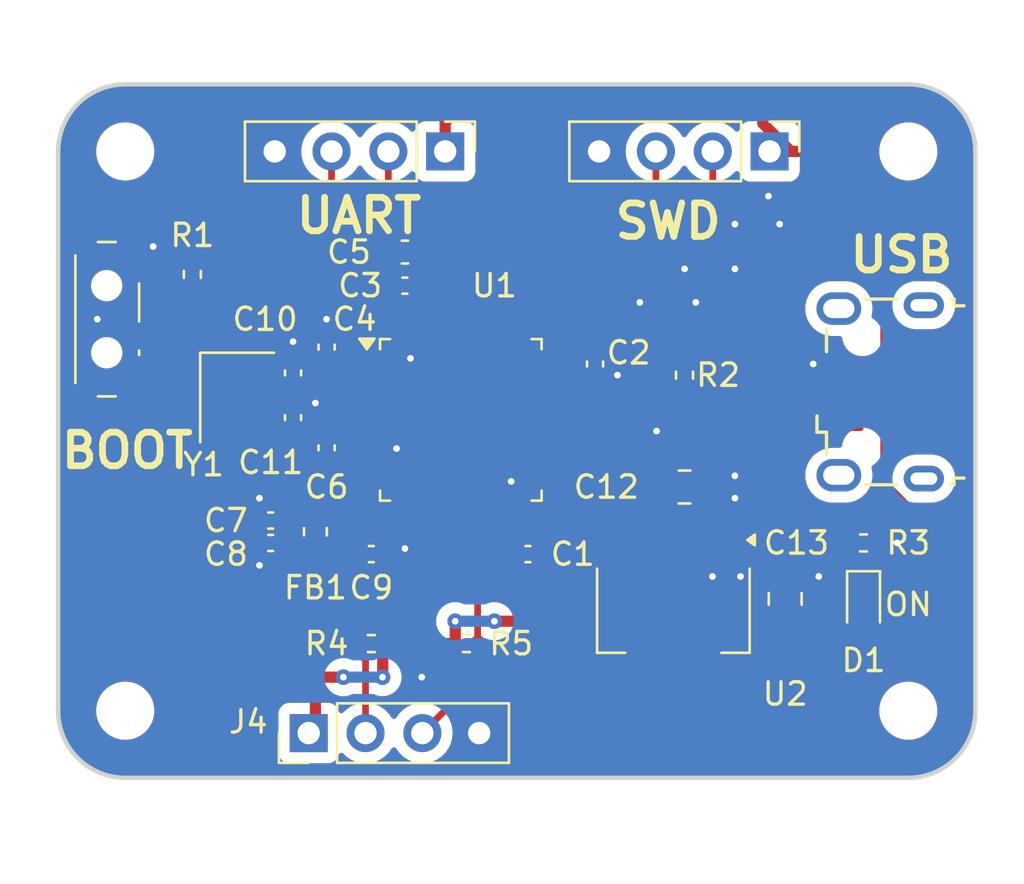
<source format=kicad_pcb>
(kicad_pcb (version 20240108) (generator "pcbnew") (generator_version "8.0")
  (layers (0 "F.Cu" signal) (31 "B.Cu" power) (34 "B.Paste" user) (35 "F.Paste" user) (36 "B.SilkS" user "B.Silkscreen") (37 "F.SilkS" user "F.Silkscreen") (38 "B.Mask" user) (39 "F.Mask" user) (44 "Edge.Cuts" user))
  (net 0 "")
  (net 1 "GND")
  (net 2 "+3.3V")
  (net 3 "+3.3VA")
  (net 4 "/NRST")
  (net 5 "/HSE_IN")
  (net 6 "/HSE_OUT")
  (net 7 "VBUS")
  (net 8 "/PWR_LED_K")
  (net 10 "/USB_D+")
  (net 15 "/USB_D-")
  (net 16 "/SWCLK")
  (net 17 "/SWDIO")
  (net 18 "/USART1_RX")
  (net 19 "/USART1_TX")
  (net 20 "/I2C2_SCL")
  (net 21 "/I2C2_SDA")
  (net 22 "Net-(SW1-B)")
  (net 23 "Net-(U1-BOOT0)")
  (footprint "Resistor_SMD:R_0402_1005Metric" (layer "F.Cu") (at 113.5 67.5)
    (property "Reference" "R3" (at 2 0 0) (layer "F.SilkS"))
    (property "Value" "1K5")
    (pad "1" smd roundrect (at -0.51 0) (size 0.54 0.64) (layers "F.Cu" "F.Paste" "F.Mask") (net 8 "/PWR_LED_K"))
    (pad "2" smd roundrect (at 0.51 0) (size 0.54 0.64) (layers "F.Cu" "F.Paste" "F.Mask") (net 1 "GND"))
  )
  (footprint "MountingHole:MountingHole_2.1mm" (layer "F.Cu") (at 80.5 50)
    (property "Reference" "H4")
    (property "Value" "MountingHole")
    (pad "" np_thru_hole circle (at 0 0) (size 2.1 2.1) (drill 2.1) (layers "*.Cu" "*.Mask"))
  )
  (footprint "Connector_PinHeader_2.54mm:PinHeader_1x04_P2.54mm_Vertical" (layer "F.Cu") (at 88.7 76 90)
    (property "Reference" "J4" (at 0.5 -2.7 0) (layer "F.SilkS"))
    (property "Value" "Conn_01x04_Male")
    (pad "1" thru_hole rect (at 0 0 90) (size 1.7 1.7) (drill 1) (layers "*.Cu" "*.Mask") (net 2 "+3.3V"))
    (pad "2" thru_hole oval (at 0 2.54 90) (size 1.7 1.7) (drill 1) (layers "*.Cu" "*.Mask") (net 20 "/I2C2_SCL"))
    (pad "3" thru_hole oval (at 0 5.08 90) (size 1.7 1.7) (drill 1) (layers "*.Cu" "*.Mask") (net 21 "/I2C2_SDA"))
    (pad "4" thru_hole oval (at 0 7.62 90) (size 1.7 1.7) (drill 1) (layers "*.Cu" "*.Mask") (net 1 "GND"))
  )
  (footprint "Inductor_SMD:L_0603_1608Metric" (layer "F.Cu") (at 89 67 90)
    (property "Reference" "FB1" (at -2.5 0 180) (layer "F.SilkS"))
    (property "Value" "120R")
    (pad "1" smd roundrect (at -0.7875 0 90) (size 0.875 0.95) (layers "F.Cu" "F.Paste" "F.Mask") (net 2 "+3.3V"))
    (pad "2" smd roundrect (at 0.7875 0 90) (size 0.875 0.95) (layers "F.Cu" "F.Paste" "F.Mask") (net 3 "+3.3VA"))
  )
  (footprint "MountingHole:MountingHole_2.1mm" (layer "F.Cu") (at 115.5 75)
    (property "Reference" "H2")
    (property "Value" "MountingHole")
    (pad "" np_thru_hole circle (at 0 0) (size 2.1 2.1) (drill 2.1) (layers "*.Cu" "*.Mask"))
  )
  (footprint "Button_Switch_SMD:SW_SPDT_PCM12" (layer "F.Cu") (at 80 57.5 -90)
    (property "Reference" "SW1" (hide yes))
    (property "Value" "SW_SPDT")
    (pad "" smd rect (at -3.65 -0.78 270) (size 1 0.8) (layers "F.Cu" "F.Paste" "F.Mask"))
    (pad "" smd rect (at -3.65 1.43 270) (size 1 0.8) (layers "F.Cu" "F.Paste" "F.Mask"))
    (pad "" np_thru_hole circle (at -1.5 0.33 270) (size 0.9 0.9) (drill 0.9) (layers "*.Cu" "*.Mask"))
    (pad "" np_thru_hole circle (at 1.5 0.33 270) (size 0.9 0.9) (drill 0.9) (layers "*.Cu" "*.Mask"))
    (pad "" smd rect (at 3.65 -0.78 270) (size 1 0.8) (layers "F.Cu" "F.Paste" "F.Mask"))
    (pad "" smd rect (at 3.65 1.43 270) (size 1 0.8) (layers "F.Cu" "F.Paste" "F.Mask"))
    (pad "1" smd rect (at -2.25 -1.43 270) (size 0.7 1.5) (layers "F.Cu" "F.Paste" "F.Mask") (net 1 "GND"))
    (pad "2" smd rect (at 0.75 -1.43 270) (size 0.7 1.5) (layers "F.Cu" "F.Paste" "F.Mask") (net 22 "Net-(SW1-B)"))
    (pad "3" smd rect (at 2.25 -1.43 270) (size 0.7 1.5) (layers "F.Cu" "F.Paste" "F.Mask") (net 2 "+3.3V"))
  )
  (footprint "Resistor_SMD:R_0402_1005Metric" (layer "F.Cu") (at 95.75 72)
    (property "Reference" "R5" (at 2 0 0) (layer "F.SilkS"))
    (property "Value" "1K5")
    (pad "1" smd roundrect (at -0.51 0) (size 0.54 0.64) (layers "F.Cu" "F.Paste" "F.Mask") (net 2 "+3.3V"))
    (pad "2" smd roundrect (at 0.51 0) (size 0.54 0.64) (layers "F.Cu" "F.Paste" "F.Mask") (net 21 "/I2C2_SDA"))
  )
  (footprint "Capacitor_SMD:C_0805_2012Metric" (layer "F.Cu") (at 110 70 90)
    (property "Reference" "C13" (at 2.5 0.5 180) (layer "F.SilkS"))
    (property "Value" "22u")
    (pad "1" smd roundrect (at -0.95 0 90) (size 1 1.45) (layers "F.Cu" "F.Paste" "F.Mask") (net 2 "+3.3V"))
    (pad "2" smd roundrect (at 0.95 0 90) (size 1 1.45) (layers "F.Cu" "F.Paste" "F.Mask") (net 1 "GND"))
  )
  (footprint "Resistor_SMD:R_0402_1005Metric" (layer "F.Cu") (at 91.5 72 180)
    (property "Reference" "R4" (at 2 0 0) (layer "F.SilkS"))
    (property "Value" "1K5")
    (pad "1" smd roundrect (at -0.51 0 180) (size 0.54 0.64) (layers "F.Cu" "F.Paste" "F.Mask") (net 2 "+3.3V"))
    (pad "2" smd roundrect (at 0.51 0 180) (size 0.54 0.64) (layers "F.Cu" "F.Paste" "F.Mask") (net 20 "/I2C2_SCL"))
  )
  (footprint "Capacitor_SMD:C_0402_1005Metric" (layer "F.Cu") (at 91.5 68)
    (property "Reference" "C9" (at 0 1.5 0) (layer "F.SilkS"))
    (property "Value" "100n")
    (pad "1" smd roundrect (at -0.48 0) (size 0.56 0.62) (layers "F.Cu" "F.Paste" "F.Mask") (net 4 "/NRST"))
    (pad "2" smd roundrect (at 0.48 0) (size 0.56 0.62) (layers "F.Cu" "F.Paste" "F.Mask") (net 1 "GND"))
  )
  (footprint "Capacitor_SMD:C_0402_1005Metric" (layer "F.Cu") (at 88 59.9 90)
    (property "Reference" "C10" (at 2.4 -1.25 180) (layer "F.SilkS"))
    (property "Value" "10p")
    (pad "1" smd roundrect (at -0.48 0 90) (size 0.56 0.62) (layers "F.Cu" "F.Paste" "F.Mask") (net 5 "/HSE_IN"))
    (pad "2" smd roundrect (at 0.48 0 90) (size 0.56 0.62) (layers "F.Cu" "F.Paste" "F.Mask") (net 1 "GND"))
  )
  (footprint "Capacitor_SMD:C_0603_1608Metric" (layer "F.Cu") (at 93 54.5)
    (property "Reference" "C5" (at -2.5 0 0) (layer "F.SilkS"))
    (property "Value" "10u")
    (pad "1" smd roundrect (at -0.775 0) (size 0.9 0.95) (layers "F.Cu" "F.Paste" "F.Mask") (net 2 "+3.3V"))
    (pad "2" smd roundrect (at 0.775 0) (size 0.9 0.95) (layers "F.Cu" "F.Paste" "F.Mask") (net 1 "GND"))
  )
  (footprint "Connector_USB:USB_Micro-B_Wuerth_629105150521" (layer "F.Cu") (at 114.245 60.75 90)
    (property "Reference" "J1" (hide yes))
    (property "Value" "USB_B_Micro")
    (pad "" np_thru_hole oval (at -2.5 -0.8 90) (size 0.8 0.8) (drill 0.8) (layers "*.Cu" "*.Mask"))
    (pad "" np_thru_hole oval (at 2.5 -0.8 90) (size 0.8 0.8) (drill 0.8) (layers "*.Cu" "*.Mask"))
    (pad "1" smd rect (at -1.3 -1.9 90) (size 0.45 1.3) (layers "F.Cu" "F.Paste" "F.Mask") (net 7 "VBUS"))
    (pad "2" smd rect (at -0.65 -1.9 90) (size 0.45 1.3) (layers "F.Cu" "F.Paste" "F.Mask") (net 15 "/USB_D-"))
    (pad "3" smd rect (at 0 -1.9 90) (size 0.45 1.3) (layers "F.Cu" "F.Paste" "F.Mask") (net 10 "/USB_D+"))
    (pad "4" smd rect (at 0.65 -1.9 90) (size 0.45 1.3) (layers "F.Cu" "F.Paste" "F.Mask"))
    (pad "5" smd rect (at 1.3 -1.9 90) (size 0.45 1.3) (layers "F.Cu" "F.Paste" "F.Mask") (net 1 "GND"))
    (pad "6" thru_hole oval (at -3.875 1.95 90) (size 1.15 1.8) (drill oval 0.55 1.2) (layers "*.Cu" "*.Mask"))
    (pad "6" thru_hole oval (at -3.725 -1.85 90) (size 1.45 2) (drill oval 0.85 1.4) (layers "*.Cu" "*.Mask"))
    (pad "6" thru_hole oval (at 3.725 -1.85 90) (size 1.45 2) (drill oval 0.85 1.4) (layers "*.Cu" "*.Mask"))
    (pad "6" thru_hole oval (at 3.875 1.95 90) (size 1.15 1.8) (drill oval 0.55 1.2) (layers "*.Cu" "*.Mask"))
  )
  (footprint "MountingHole:MountingHole_2.1mm" (layer "F.Cu") (at 115.5 50)
    (property "Reference" "H3")
    (property "Value" "MountingHole")
    (pad "" np_thru_hole circle (at 0 0) (size 2.1 2.1) (drill 2.1) (layers "*.Cu" "*.Mask"))
  )
  (footprint "Capacitor_SMD:C_0402_1005Metric" (layer "F.Cu") (at 89.5 63.25 90)
    (property "Reference" "C6" (at -1.75 0 180) (layer "F.SilkS"))
    (property "Value" "10n")
    (pad "1" smd roundrect (at -0.48 0 90) (size 0.56 0.62) (layers "F.Cu" "F.Paste" "F.Mask") (net 3 "+3.3VA"))
    (pad "2" smd roundrect (at 0.48 0 90) (size 0.56 0.62) (layers "F.Cu" "F.Paste" "F.Mask") (net 1 "GND"))
  )
  (footprint "Capacitor_SMD:C_0402_1005Metric" (layer "F.Cu") (at 89.5 58.75 90)
    (property "Reference" "C4" (at 1.25 1.25 180) (layer "F.SilkS"))
    (property "Value" "100n")
    (pad "1" smd roundrect (at -0.48 0 90) (size 0.56 0.62) (layers "F.Cu" "F.Paste" "F.Mask") (net 2 "+3.3V"))
    (pad "2" smd roundrect (at 0.48 0 90) (size 0.56 0.62) (layers "F.Cu" "F.Paste" "F.Mask") (net 1 "GND"))
  )
  (footprint "Capacitor_SMD:C_0402_1005Metric" (layer "F.Cu") (at 98.5 68 180)
    (property "Reference" "C1" (at -2 0 0) (layer "F.SilkS"))
    (property "Value" "100n")
    (pad "1" smd roundrect (at -0.48 0 180) (size 0.56 0.62) (layers "F.Cu" "F.Paste" "F.Mask") (net 2 "+3.3V"))
    (pad "2" smd roundrect (at 0.48 0 180) (size 0.56 0.62) (layers "F.Cu" "F.Paste" "F.Mask") (net 1 "GND"))
  )
  (footprint "Connector_PinHeader_2.54mm:PinHeader_1x04_P2.54mm_Vertical" (layer "F.Cu") (at 109.3 50 -90)
    (property "Reference" "J2")
    (property "Value" "Conn_01x04_Male")
    (pad "1" thru_hole rect (at 0 0 270) (size 1.7 1.7) (drill 1) (layers "*.Cu" "*.Mask") (net 2 "+3.3V"))
    (pad "2" thru_hole oval (at 0 2.54 270) (size 1.7 1.7) (drill 1) (layers "*.Cu" "*.Mask") (net 17 "/SWDIO"))
    (pad "3" thru_hole oval (at 0 5.08 270) (size 1.7 1.7) (drill 1) (layers "*.Cu" "*.Mask") (net 16 "/SWCLK"))
    (pad "4" thru_hole oval (at 0 7.62 270) (size 1.7 1.7) (drill 1) (layers "*.Cu" "*.Mask") (net 1 "GND"))
  )
  (footprint "Capacitor_SMD:C_0402_1005Metric" (layer "F.Cu") (at 87 67.5 180)
    (property "Reference" "C8" (at 2 -0.5 0) (layer "F.SilkS"))
    (property "Value" "1u")
    (pad "1" smd roundrect (at -0.48 0 180) (size 0.56 0.62) (layers "F.Cu" "F.Paste" "F.Mask") (net 2 "+3.3V"))
    (pad "2" smd roundrect (at 0.48 0 180) (size 0.56 0.62) (layers "F.Cu" "F.Paste" "F.Mask") (net 1 "GND"))
  )
  (footprint "Crystal:Crystal_SMD_3225-4Pin_3.2x2.5mm" (layer "F.Cu") (at 85.5 61 -90)
    (property "Reference" "Y1" (at 3 1.5 180) (layer "F.SilkS"))
    (property "Value" "16MHz")
    (pad "1" smd rect (at -1.1 0.85 270) (size 1.4 1.2) (layers "F.Cu" "F.Paste" "F.Mask") (net 5 "/HSE_IN"))
    (pad "2" smd rect (at 1.1 0.85 270) (size 1.4 1.2) (layers "F.Cu" "F.Paste" "F.Mask") (net 1 "GND"))
    (pad "3" smd rect (at 1.1 -0.85 270) (size 1.4 1.2) (layers "F.Cu" "F.Paste" "F.Mask") (net 6 "/HSE_OUT"))
    (pad "4" smd rect (at -1.1 -0.85 270) (size 1.4 1.2) (layers "F.Cu" "F.Paste" "F.Mask") (net 1 "GND"))
  )
  (footprint "Connector_PinHeader_2.54mm:PinHeader_1x04_P2.54mm_Vertical" (layer "F.Cu") (at 94.8 50 -90)
    (property "Reference" "J3")
    (property "Value" "Conn_01x04_Male")
    (pad "1" thru_hole rect (at 0 0 270) (size 1.7 1.7) (drill 1) (layers "*.Cu" "*.Mask") (net 2 "+3.3V"))
    (pad "2" thru_hole oval (at 0 2.54 270) (size 1.7 1.7) (drill 1) (layers "*.Cu" "*.Mask") (net 19 "/USART1_TX"))
    (pad "3" thru_hole oval (at 0 5.08 270) (size 1.7 1.7) (drill 1) (layers "*.Cu" "*.Mask") (net 18 "/USART1_RX"))
    (pad "4" thru_hole oval (at 0 7.62 270) (size 1.7 1.7) (drill 1) (layers "*.Cu" "*.Mask") (net 1 "GND"))
  )
  (footprint "Capacitor_SMD:C_0402_1005Metric" (layer "F.Cu") (at 87 66.5 180)
    (property "Reference" "C7" (at 2 0 0) (layer "F.SilkS"))
    (property "Value" "1u")
    (pad "1" smd roundrect (at -0.48 0 180) (size 0.56 0.62) (layers "F.Cu" "F.Paste" "F.Mask") (net 3 "+3.3VA"))
    (pad "2" smd roundrect (at 0.48 0 180) (size 0.56 0.62) (layers "F.Cu" "F.Paste" "F.Mask") (net 1 "GND"))
  )
  (footprint "LED_SMD:LED_0603_1608Metric" (layer "F.Cu") (at 113.5 70.25 -90)
    (property "Reference" "D1" (at 2.5 0 0) (layer "F.SilkS"))
    (property "Value" "RED")
    (pad "1" smd roundrect (at -0.7875 0 270) (size 0.875 0.95) (layers "F.Cu" "F.Paste" "F.Mask") (net 8 "/PWR_LED_K"))
    (pad "2" smd roundrect (at 0.7875 0 270) (size 0.875 0.95) (layers "F.Cu" "F.Paste" "F.Mask") (net 2 "+3.3V"))
  )
  (footprint "Capacitor_SMD:C_0402_1005Metric" (layer "F.Cu") (at 88 61.9 90)
    (property "Reference" "C11" (at -2 -1 180) (layer "F.SilkS"))
    (property "Value" "10p")
    (pad "1" smd roundrect (at -0.48 0 90) (size 0.56 0.62) (layers "F.Cu" "F.Paste" "F.Mask") (net 6 "/HSE_OUT"))
    (pad "2" smd roundrect (at 0.48 0 90) (size 0.56 0.62) (layers "F.Cu" "F.Paste" "F.Mask") (net 1 "GND"))
  )
  (footprint "Package_TO_SOT_SMD:SOT-223-3_TabPin2" (layer "F.Cu") (at 105 70.5 -90)
    (property "Reference" "U2" (at 3.75 -5 180) (layer "F.SilkS"))
    (property "Value" "AMS1117-3.3")
    (pad "1" smd roundrect (at -3.15 -2.3 270) (size 2 1.5) (layers "F.Cu" "F.Paste" "F.Mask") (net 1 "GND"))
    (pad "2" smd roundrect (at -3.15 0 270) (size 2 1.5) (layers "F.Cu" "F.Paste" "F.Mask") (net 2 "+3.3V"))
    (pad "2" smd roundrect (at 3.15 0 270) (size 2 3.8) (layers "F.Cu" "F.Paste" "F.Mask") (net 2 "+3.3V"))
    (pad "3" smd roundrect (at -3.15 2.3 270) (size 2 1.5) (layers "F.Cu" "F.Paste" "F.Mask") (net 7 "VBUS"))
  )
  (footprint "Capacitor_SMD:C_0805_2012Metric" (layer "F.Cu") (at 105.5 65)
    (property "Reference" "C12" (at -3.5 0 0) (layer "F.SilkS"))
    (property "Value" "22u")
    (pad "1" smd roundrect (at -0.95 0) (size 1 1.45) (layers "F.Cu" "F.Paste" "F.Mask") (net 7 "VBUS"))
    (pad "2" smd roundrect (at 0.95 0) (size 1 1.45) (layers "F.Cu" "F.Paste" "F.Mask") (net 1 "GND"))
  )
  (footprint "Resistor_SMD:R_0402_1005Metric" (layer "F.Cu") (at 83.5 55.5 90)
    (property "Reference" "R1" (at 1.75 0 180) (layer "F.SilkS"))
    (property "Value" "10K")
    (pad "1" smd roundrect (at -0.51 0 90) (size 0.54 0.64) (layers "F.Cu" "F.Paste" "F.Mask") (net 22 "Net-(SW1-B)"))
    (pad "2" smd roundrect (at 0.51 0 90) (size 0.54 0.64) (layers "F.Cu" "F.Paste" "F.Mask") (net 23 "Net-(U1-BOOT0)"))
  )
  (footprint "Capacitor_SMD:C_0402_1005Metric" (layer "F.Cu") (at 101.5 59.5 -90)
    (property "Reference" "C2" (at -0.5 -1.5 180) (layer "F.SilkS"))
    (property "Value" "100n")
    (pad "1" smd roundrect (at -0.48 0 270) (size 0.56 0.62) (layers "F.Cu" "F.Paste" "F.Mask") (net 2 "+3.3V"))
    (pad "2" smd roundrect (at 0.48 0 270) (size 0.56 0.62) (layers "F.Cu" "F.Paste" "F.Mask") (net 1 "GND"))
  )
  (footprint "Resistor_SMD:R_0402_1005Metric" (layer "F.Cu") (at 105.5 60 -90)
    (property "Reference" "R2" (at 0 -1.5 180) (layer "F.SilkS"))
    (property "Value" "1K5")
    (pad "1" smd roundrect (at -0.51 0 270) (size 0.54 0.64) (layers "F.Cu" "F.Paste" "F.Mask") (net 2 "+3.3V"))
    (pad "2" smd roundrect (at 0.51 0 270) (size 0.54 0.64) (layers "F.Cu" "F.Paste" "F.Mask") (net 10 "/USB_D+"))
  )
  (footprint "MountingHole:MountingHole_2.1mm" (layer "F.Cu") (at 80.5 75)
    (property "Reference" "H1")
    (property "Value" "MountingHole")
    (pad "" np_thru_hole circle (at 0 0) (size 2.1 2.1) (drill 2.1) (layers "*.Cu" "*.Mask"))
  )
  (footprint "Capacitor_SMD:C_0402_1005Metric" (layer "F.Cu") (at 93 56)
    (property "Reference" "C3" (at -2 0 0) (layer "F.SilkS"))
    (property "Value" "100n")
    (pad "1" smd roundrect (at -0.48 0) (size 0.56 0.62) (layers "F.Cu" "F.Paste" "F.Mask") (net 2 "+3.3V"))
    (pad "2" smd roundrect (at 0.48 0) (size 0.56 0.62) (layers "F.Cu" "F.Paste" "F.Mask") (net 1 "GND"))
  )
  (footprint "Package_QFP:LQFP-48_7x7mm_P0.5mm" (layer "F.Cu") (at 95.5 62)
    (property "Reference" "U1" (at 1.5 -6 0) (layer "F.SilkS"))
    (property "Value" "STM32F103CBTx")
    (pad "1" smd roundrect (at -4.1625 -2.75) (size 1.475 0.3) (layers "F.Cu" "F.Paste" "F.Mask") (net 2 "+3.3V"))
    (pad "2" smd roundrect (at -4.1625 -2.25) (size 1.475 0.3) (layers "F.Cu" "F.Paste" "F.Mask"))
    (pad "3" smd roundrect (at -4.1625 -1.75) (size 1.475 0.3) (layers "F.Cu" "F.Paste" "F.Mask"))
    (pad "4" smd roundrect (at -4.1625 -1.25) (size 1.475 0.3) (layers "F.Cu" "F.Paste" "F.Mask"))
    (pad "5" smd roundrect (at -4.1625 -0.75) (size 1.475 0.3) (layers "F.Cu" "F.Paste" "F.Mask") (net 5 "/HSE_IN"))
    (pad "6" smd roundrect (at -4.1625 -0.25) (size 1.475 0.3) (layers "F.Cu" "F.Paste" "F.Mask") (net 6 "/HSE_OUT"))
    (pad "7" smd roundrect (at -4.1625 0.25) (size 1.475 0.3) (layers "F.Cu" "F.Paste" "F.Mask") (net 4 "/NRST"))
    (pad "8" smd roundrect (at -4.1625 0.75) (size 1.475 0.3) (layers "F.Cu" "F.Paste" "F.Mask") (net 1 "GND"))
    (pad "9" smd roundrect (at -4.1625 1.25) (size 1.475 0.3) (layers "F.Cu" "F.Paste" "F.Mask") (net 3 "+3.3VA"))
    (pad "10" smd roundrect (at -4.1625 1.75) (size 1.475 0.3) (layers "F.Cu" "F.Paste" "F.Mask"))
    (pad "11" smd roundrect (at -4.1625 2.25) (size 1.475 0.3) (layers "F.Cu" "F.Paste" "F.Mask"))
    (pad "12" smd roundrect (at -4.1625 2.75) (size 1.475 0.3) (layers "F.Cu" "F.Paste" "F.Mask"))
    (pad "13" smd roundrect (at -2.75 4.1625) (size 0.3 1.475) (layers "F.Cu" "F.Paste" "F.Mask"))
    (pad "14" smd roundrect (at -2.25 4.1625) (size 0.3 1.475) (layers "F.Cu" "F.Paste" "F.Mask"))
    (pad "15" smd roundrect (at -1.75 4.1625) (size 0.3 1.475) (layers "F.Cu" "F.Paste" "F.Mask"))
    (pad "16" smd roundrect (at -1.25 4.1625) (size 0.3 1.475) (layers "F.Cu" "F.Paste" "F.Mask"))
    (pad "17" smd roundrect (at -0.75 4.1625) (size 0.3 1.475) (layers "F.Cu" "F.Paste" "F.Mask"))
    (pad "18" smd roundrect (at -0.25 4.1625) (size 0.3 1.475) (layers "F.Cu" "F.Paste" "F.Mask"))
    (pad "19" smd roundrect (at 0.25 4.1625) (size 0.3 1.475) (layers "F.Cu" "F.Paste" "F.Mask"))
    (pad "20" smd roundrect (at 0.75 4.1625) (size 0.3 1.475) (layers "F.Cu" "F.Paste" "F.Mask"))
    (pad "21" smd roundrect (at 1.25 4.1625) (size 0.3 1.475) (layers "F.Cu" "F.Paste" "F.Mask") (net 20 "/I2C2_SCL"))
    (pad "22" smd roundrect (at 1.75 4.1625) (size 0.3 1.475) (layers "F.Cu" "F.Paste" "F.Mask") (net 21 "/I2C2_SDA"))
    (pad "23" smd roundrect (at 2.25 4.1625) (size 0.3 1.475) (layers "F.Cu" "F.Paste" "F.Mask") (net 1 "GND"))
    (pad "24" smd roundrect (at 2.75 4.1625) (size 0.3 1.475) (layers "F.Cu" "F.Paste" "F.Mask") (net 2 "+3.3V"))
    (pad "25" smd roundrect (at 4.1625 2.75) (size 1.475 0.3) (layers "F.Cu" "F.Paste" "F.Mask"))
    (pad "26" smd roundrect (at 4.1625 2.25) (size 1.475 0.3) (layers "F.Cu" "F.Paste" "F.Mask"))
    (pad "27" smd roundrect (at 4.1625 1.75) (size 1.475 0.3) (layers "F.Cu" "F.Paste" "F.Mask"))
    (pad "28" smd roundrect (at 4.1625 1.25) (size 1.475 0.3) (layers "F.Cu" "F.Paste" "F.Mask"))
    (pad "29" smd roundrect (at 4.1625 0.75) (size 1.475 0.3) (layers "F.Cu" "F.Paste" "F.Mask"))
    (pad "30" smd roundrect (at 4.1625 0.25) (size 1.475 0.3) (layers "F.Cu" "F.Paste" "F.Mask"))
    (pad "31" smd roundrect (at 4.1625 -0.25) (size 1.475 0.3) (layers "F.Cu" "F.Paste" "F.Mask"))
    (pad "32" smd roundrect (at 4.1625 -0.75) (size 1.475 0.3) (layers "F.Cu" "F.Paste" "F.Mask") (net 15 "/USB_D-"))
    (pad "33" smd roundrect (at 4.1625 -1.25) (size 1.475 0.3) (layers "F.Cu" "F.Paste" "F.Mask") (net 10 "/USB_D+"))
    (pad "34" smd roundrect (at 4.1625 -1.75) (size 1.475 0.3) (layers "F.Cu" "F.Paste" "F.Mask") (net 17 "/SWDIO"))
    (pad "35" smd roundrect (at 4.1625 -2.25) (size 1.475 0.3) (layers "F.Cu" "F.Paste" "F.Mask") (net 1 "GND"))
    (pad "36" smd roundrect (at 4.1625 -2.75) (size 1.475 0.3) (layers "F.Cu" "F.Paste" "F.Mask") (net 2 "+3.3V"))
    (pad "37" smd roundrect (at 2.75 -4.1625) (size 0.3 1.475) (layers "F.Cu" "F.Paste" "F.Mask") (net 16 "/SWCLK"))
    (pad "38" smd roundrect (at 2.25 -4.1625) (size 0.3 1.475) (layers "F.Cu" "F.Paste" "F.Mask"))
    (pad "39" smd roundrect (at 1.75 -4.1625) (size 0.3 1.475) (layers "F.Cu" "F.Paste" "F.Mask"))
    (pad "40" smd roundrect (at 1.25 -4.1625) (size 0.3 1.475) (layers "F.Cu" "F.Paste" "F.Mask"))
    (pad "41" smd roundrect (at 0.75 -4.1625) (size 0.3 1.475) (layers "F.Cu" "F.Paste" "F.Mask"))
    (pad "42" smd roundrect (at 0.25 -4.1625) (size 0.3 1.475) (layers "F.Cu" "F.Paste" "F.Mask") (net 19 "/USART1_TX"))
    (pad "43" smd roundrect (at -0.25 -4.1625) (size 0.3 1.475) (layers "F.Cu" "F.Paste" "F.Mask") (net 18 "/USART1_RX"))
    (pad "44" smd roundrect (at -0.75 -4.1625) (size 0.3 1.475) (layers "F.Cu" "F.Paste" "F.Mask") (net 23 "Net-(U1-BOOT0)"))
    (pad "45" smd roundrect (at -1.25 -4.1625) (size 0.3 1.475) (layers "F.Cu" "F.Paste" "F.Mask"))
    (pad "46" smd roundrect (at -1.75 -4.1625) (size 0.3 1.475) (layers "F.Cu" "F.Paste" "F.Mask"))
    (pad "47" smd roundrect (at -2.25 -4.1625) (size 0.3 1.475) (layers "F.Cu" "F.Paste" "F.Mask") (net 1 "GND"))
    (pad "48" smd roundrect (at -2.75 -4.1625) (size 0.3 1.475) (layers "F.Cu" "F.Paste" "F.Mask") (net 2 "+3.3V"))
  )
  (gr_line (start 115.5 47) (end 80.5 47) (stroke (width 0.2)) (layer "Edge.Cuts"))
  (gr_line (start 80.5 78) (end 115.5 78) (stroke (width 0.2)) (layer "Edge.Cuts"))
  (gr_arc (start 118.5 75) (mid 118.489778 75.247442) (end 118.459182 75.493197) (stroke (width 0.2)) (layer "Edge.Cuts"))
  (gr_line (start 118.5 75) (end 118.5 50) (stroke (width 0.2)) (layer "Edge.Cuts"))
  (gr_arc (start 115.5 47) (mid 117.62132 47.87868) (end 118.5 50) (stroke (width 0.2)) (layer "Edge.Cuts"))
  (gr_line (start 77.5 50) (end 77.5 75) (stroke (width 0.2)) (layer "Edge.Cuts"))
  (gr_arc (start 77.5 50) (mid 78.37868 47.87868) (end 80.5 47) (stroke (width 0.2)) (layer "Edge.Cuts"))
  (gr_arc (start 118.459182 75.493197) (mid 117.439125 77.28906) (end 115.5 78) (stroke (width 0.2)) (layer "Edge.Cuts"))
  (gr_arc (start 80.5 78) (mid 78.37868 77.12132) (end 77.5 75) (stroke (width 0.2)) (layer "Edge.Cuts"))
  (gr_text "UART" (at 88 53.75 0) (layer "F.SilkS") (effects (font (size 1.5 1.5) (thickness 0.3) (bold yes)) (justify left bottom)))
  (gr_text "ON" (at 115.5 70.25 0) (layer "F.SilkS") (effects (font (size 1 1))))
  (gr_text "BOOT\n" (at 77.5 64.25 0) (layer "F.SilkS") (effects (font (size 1.5 1.5) (thickness 0.3) (bold yes)) (justify left bottom)))
  (gr_text "SWD" (at 102.25 54 0) (layer "F.SilkS") (effects (font (size 1.5 1.5) (thickness 0.3) (bold yes)) (justify left bottom)))
  (gr_text "USB" (at 112.75 55.5 0) (layer "F.SilkS") (effects (font (size 1.5 1.5) (thickness 0.3) (bold yes)) (justify left bottom)))
  (segment (start 91.3375 62.75) (end 92.17812 62.75) (width 0.3) (layer "F.Cu") (net 1))
  (segment (start 97.75 67.00312) (end 98.02 67.27312) (width 0.3) (layer "F.Cu") (net 1))
  (segment (start 89 61.25) (end 88.83 61.42) (width 0.3) (layer "F.Cu") (net 1))
  (segment (start 93.25 57.8375) (end 93.25 56.99688) (width 0.3) (layer "F.Cu") (net 1))
  (segment (start 98.02 67.27312) (end 98.02 68) (width 0.3) (layer "F.Cu") (net 1))
  (segment (start 88.83 61.42) (end 88 61.42) (width 0.3) (layer "F.Cu") (net 1))
  (segment (start 93.5 56.75) (end 93.48 56.73) (width 0.3) (layer "F.Cu") (net 1))
  (segment (start 97.75 66.1625) (end 97.75 64.75) (width 0.3) (layer "F.Cu") (net 1))
  (segment (start 93.49688 56.75) (end 93.5 56.75) (width 0.3) (layer "F.Cu") (net 1))
  (segment (start 89.5 58.27) (end 89.5 57.5) (width 0.5) (layer "F.Cu") (net 1))
  (segment (start 86.52 65.52) (end 86.5 65.5) (width 0.5) (layer "F.Cu") (net 1))
  (segment (start 86.52 66.5) (end 86.52 65.52) (width 0.5) (layer "F.Cu") (net 1))
  (segment (start 111.3 59.45) (end 111.25 59.5) (width 0.3) (layer "F.Cu") (net 1))
  (segment (start 100.75 59.75) (end 100.98 59.98) (width 0.3) (layer "F.Cu") (net 1))
  (segment (start 91.98 68) (end 92.75 68) (width 0.5) (layer "F.Cu") (net 1))
  (segment (start 93.775 55.225) (end 93.48 55.52) (width 0.5) (layer "F.Cu") (net 1))
  (segment (start 99.6625 59.75) (end 100.75 59.75) (width 0.3) (layer "F.Cu") (net 1))
  (segment (start 93.48 55.52) (end 93.48 56) (width 0.5) (layer "F.Cu") (net 1))
  (segment (start 92.75 68) (end 93 67.75) (width 0.5) (layer "F.Cu") (net 1))
  (segment (start 93.25 57.8375) (end 93.25 59.25) (width 0.3) (layer "F.Cu") (net 1))
  (segment (start 88 59.42) (end 88 58.5) (width 0.3) (layer "F.Cu") (net 1))
  (segment (start 92.17812 62.75) (end 92.625 63.19688) (width 0.3) (layer "F.Cu") (net 1))
  (segment (start 93.775 54.5) (end 93.775 55.225) (width 0.5) (layer "F.Cu") (net 1))
  (segment (start 93.48 56.73) (end 93.48 56) (width 0.3) (layer "F.Cu") (net 1))
  (segment (start 86.5 67.5) (end 86.5 68.5) (width 0.5) (layer "F.Cu") (net 1))
  (segment (start 93.25 56.99688) (end 93.49688 56.75) (width 0.3) (layer "F.Cu") (net 1))
  (segment (start 100.98 59.98) (end 101.5 59.98) (width 0.3) (layer "F.Cu") (net 1))
  (segment (start 81.75 54.93) (end 81.75 54.25) (width 0.3) (layer "F.Cu") (net 1))
  (segment (start 102.48 59.98) (end 102.5 60) (width 0.3) (layer "F.Cu") (net 1))
  (segment (start 112.345 59.45) (end 111.3 59.45) (width 0.3) (layer "F.Cu") (net 1))
  (segment (start 97.75 66.1625) (end 97.75 67.00312) (width 0.3) (layer "F.Cu") (net 1))
  (segment (start 114.01 67.5) (end 115 67.5) (width 0.3) (layer "F.Cu") (net 1))
  (segment (start 86.52 67.5) (end 86.5 67.5) (width 0.5) (layer "F.Cu") (net 1))
  (segment (start 89.98312 62.77) (end 90.00312 62.75) (width 0.3) (layer "F.Cu") (net 1))
  (segment (start 101.5 59.98) (end 102.48 59.98) (width 0.3) (layer "F.Cu") (net 1))
  (segment (start 90.00312 62.75) (end 91.3375 62.75) (width 0.3) (layer "F.Cu") (net 1))
  (segment (start 81.43 55.25) (end 81.75 54.93) (width 0.3) (layer "F.Cu") (net 1))
  (segment (start 89.98312 62.77) (end 89.5 62.77) (width 0.3) (layer "F.Cu") (net 1))
  (segment (start 92.625 63.19688) (end 92.625 63.282161) (width 0.3) (layer "F.Cu") (net 1))
  (via (at 105.5 55.25) (size 0.7) (drill 0.3) (layers "F.Cu" "B.Cu") (net 1))
  (via (at 107.75 53.25) (size 0.7) (drill 0.3) (layers "F.Cu" "B.Cu") (net 1))
  (via (at 97.75 64.75) (size 0.7) (drill 0.3) (layers "F.Cu" "B.Cu") (net 1))
  (via (at 111.25 59.5) (size 0.7) (drill 0.3) (layers "F.Cu" "B.Cu") (net 1))
  (via (at 102.5 60) (size 0.7) (drill 0.3) (layers "F.Cu" "B.Cu") (net 1))
  (via (at 107.75 65.5) (size 0.7) (drill 0.3) (layers "F.Cu" "B.Cu") (net 1))
  (via (at 81.75 54.25) (size 0.7) (drill 0.3) (layers "F.Cu" "B.Cu") (net 1))
  (via (at 106.75 69) (size 0.7) (drill 0.3) (layers "F.Cu" "B.Cu") (net 1))
  (via (at 93.25 59.25) (size 0.7) (drill 0.3) (layers "F.Cu" "B.Cu") (net 1))
  (via (at 115 67.5) (size 0.7) (drill 0.3) (layers "F.Cu" "B.Cu") (net 1))
  (via (at 89 61.25) (size 0.7) (drill 0.3) (layers "F.Cu" "B.Cu") (net 1))
  (via (at 88 58.5) (size 0.7) (drill 0.3) (layers "F.Cu" "B.Cu") (net 1))
  (via (at 111.5 69) (size 0.7) (drill 0.3) (layers "F.Cu" "B.Cu") (net 1))
  (via (at 93.75 73.5) (size 0.6) (drill 0.3) (layers "F.Cu" "B.Cu") (net 1))
  (via (at 109.75 53.25) (size 0.7) (drill 0.3) (layers "F.Cu" "B.Cu") (net 1))
  (via (at 86.5 65.5) (size 0.7) (drill 0.3) (layers "F.Cu" "B.Cu") (net 1))
  (via (at 86.5 68.5) (size 0.7) (drill 0.3) (layers "F.Cu" "B.Cu") (net 1))
  (via (at 92.625 63.282161) (size 0.7) (drill 0.3) (layers "F.Cu" "B.Cu") (net 1))
  (via (at 89.5 57.5) (size 0.7) (drill 0.3) (layers "F.Cu" "B.Cu") (net 1))
  (via (at 79.25 57.5) (size 0.6) (drill 0.3) (layers "F.Cu" "B.Cu") (net 1))
  (via (at 106 56.75) (size 0.7) (drill 0.3) (layers "F.Cu" "B.Cu") (net 1))
  (via (at 108 69) (size 0.7) (drill 0.3) (layers "F.Cu" "B.Cu") (net 1))
  (via (at 103.5 56.75) (size 0.7) (drill 0.3) (layers "F.Cu" "B.Cu") (net 1))
  (via (at 107.75 64.5) (size 0.7) (drill 0.3) (layers "F.Cu" "B.Cu") (net 1))
  (via (at 104.25 62.5) (size 0.7) (drill 0.3) (layers "F.Cu" "B.Cu") (net 1))
  (via (at 93 67.75) (size 0.7) (drill 0.3) (layers "F.Cu" "B.Cu") (net 1))
  (via (at 107.75 55.25) (size 0.7) (drill 0.3) (layers "F.Cu" "B.Cu") (net 1))
  (via (at 109.25 52) (size 0.7) (drill 0.3) (layers "F.Cu" "B.Cu") (net 1))
  (segment (start 112.25 52) (end 112.25 50.25) (width 0.5) (layer "F.Cu") (net 2))
  (segment (start 112.25 50.25) (end 112 50) (width 0.5) (layer "F.Cu") (net 2))
  (segment (start 84.25 73.5) (end 82.75 72) (width 0.5) (layer "F.Cu") (net 2))
  (segment (start 111.75 75.5) (end 111 76.25) (width 0.5) (layer "F.Cu") (net 2))
  (segment (start 81.43 59.75) (end 82.75 59.75) (width 0.5) (layer "F.Cu") (net 2))
  (segment (start 89 73.5) (end 90.25 73.5) (width 0.5) (layer "F.Cu") (net 2))
  (segment (start 95.24 72) (end 92.01 72) (width 0.5) (layer "F.Cu") (net 2))
  (segment (start 98.98 74.98) (end 98.98 71) (width 0.5) (layer "F.Cu") (net 2))
  (segment (start 100.77 59.02) (end 101.5 59.02) (width 0.3) (layer "F.Cu") (net 2))
  (segment (start 98.98 70.5) (end 98.98 68) (width 0.5) (layer "F.Cu") (net 2))
  (segment (start 82.75 57.75) (end 83.5 57) (width 0.5) (layer "F.Cu") (net 2))
  (segment (start 110 70.95) (end 111.75 70.95) (width 0.5) (layer "F.Cu") (net 2))
  (segment (start 111.75 70.95) (end 111.75 72.5) (width 0.5) (layer "F.Cu") (net 2))
  (segment (start 109 48.75) (end 109 48) (width 0.5) (layer "F.Cu") (net 2))
  (segment (start 86.5 54.5) (end 91 54.5) (width 0.5) (layer "F.Cu") (net 2))
  (segment (start 91 58.9125) (end 91 54.5) (width 0.3) (layer "F.Cu") (net 2))
  (segment (start 91.3375 59.25) (end 89.52 59.25) (width 0.3) (layer "F.Cu") (net 2))
  (segment (start 98.25 66.75) (end 98.98 67.48) (width 0.3) (layer "F.Cu") (net 2))
  (segment (start 116.25 70.75) (end 116.25 66.75) (width 0.5) (layer "F.Cu") (net 2))
  (segment (start 85.75 55.25) (end 86.5 54.5) (width 0.5) (layer "F.Cu") (net 2))
  (segment (start 99.6625 59.25) (end 100.5 59.25) (width 0.3) (layer "F.Cu") (net 2))
  (segment (start 112.875 52.625) (end 112.25 52) (width 0.5) (layer "F.Cu") (net 2))
  (segment (start 92.5 56.75) (end 92.52 56.73) (width 0.3) (layer "F.Cu") (net 2))
  (segment (start 89 67.7875) (end 89 73.5) (width 0.5) (layer "F.Cu") (net 2))
  (segment (start 114.5 72.5) (end 116.25 70.75) (width 0.5) (layer "F.Cu") (net 2))
  (segment (start 108.01 59.49) (end 109 58.5) (width 0.3) (layer "F.Cu") (net 2))
  (segment (start 100.25 76.25) (end 98.98 74.98) (width 0.5) (layer "F.Cu") (net 2))
  (segment (start 109 48) (end 95.5 48) (width 0.5) (layer "F.Cu") (net 2))
  (segment (start 111 76.25) (end 100.25 76.25) (width 0.5) (layer "F.Cu") (net 2))
  (segment (start 89.52 59.25) (end 89.5 59.23) (width 0.3) (layer "F.Cu") (net 2))
  (segment (start 98.98 67.48) (end 98.98 68) (width 0.3) (layer "F.Cu") (net 2))
  (segment (start 92.01 72) (end 92.01 73.49) (width 0.5) (layer "F.Cu") (net 2))
  (segment (start 92.01 73.49) (end 92 73.5) (width 0.5) (layer "F.Cu") (net 2))
  (segment (start 85.75 56) (end 85.75 55.25) (width 0.5) (layer "F.Cu") (net 2))
  (segment (start 105.03 59.02) (end 105.5 59.49) (width 0.3) (layer "F.Cu") (net 2))
  (segment (start 91.3375 59.25) (end 91 58.9125) (width 0.3) (layer "F.Cu") (net 2))
  (segment (start 89 73.5) (end 89 75.7) (width 0.5) (layer "F.Cu") (net 2))
  (segment (start 83.5 57) (end 84.75 57) (width 0.5) (layer "F.Cu") (net 2))
  (segment (start 116.25 66.75) (end 114.25 64.75) (width 0.5) (layer "F.Cu") (net 2))
  (segment (start 111.75 72.5) (end 114.5 72.5) (width 0.5) (layer "F.Cu") (net 2))
  (segment (start 110.25 50) (end 109.3 50) (width 0.5) (layer "F.Cu") (net 2))
  (segment (start 101.5 59.02) (end 105.03 59.02) (width 0.3) (layer "F.Cu") (net 2))
  (segment (start 94.8 48.7) (end 94.8 50) (width 0.5) (layer "F.Cu") (net 2))
  (segment (start 100.5 59.25) (end 100.75 59) (width 0.3) (layer "F.Cu") (net 2))
  (segment (start 92.225 55.225) (end 92.52 55.52) (width 0.5) (layer "F.Cu") (net 2))
  (segment (start 98.98 71) (end 98.98 70.5) (width 0.5) (layer "F.Cu") (net 2))
  (segment (start 109 58.5) (end 109 56.5) (width 0.3) (layer "F.Cu") (net 2))
  (segment (start 84.75 57) (end 85.75 56) (width 0.5) (layer "F.Cu") (net 2))
  (segment (start 114.25 64.75) (end 114.25 64.5) (width 0.5) (layer "F.Cu") (net 2))
  (segment (start 111.75 72.5) (end 111.75 75.5) (width 0.5) (layer "F.Cu") (net 2))
  (segment (start 92.52 56.73) (end 92.52 56) (width 0.3) (layer "F.Cu") (net 2))
  (segment (start 92.75 57.8375) (end 92.75 57) (width 0.3) (layer "F.Cu") (net 2))
  (segment (start 98.25 66.1625) (end 98.25 66.75) (width 0.3) (layer "F.Cu") (net 2))
  (segment (start 92.75 57) (end 92.5 56.75) (width 0.3) (layer "F.Cu") (net 2))
  (segment (start 82.75 72) (end 82.75 59.75) (width 0.5) (layer "F.Cu") (net 2))
  (segment (start 114.5 54.25) (end 112.875 52.625) (width 0.5) (layer "F.Cu") (net 2))
  (segment (start 100.75 59) (end 100.77 59.02) (width 0.3) (layer "F.Cu") (net 2))
  (segment (start 95.25 71.99) (end 95.24 72) (width 0.5) (layer "F.Cu") (net 2))
  (segment (start 89 75.7) (end 88.7 76) (width 0.5) (layer "F.Cu") (net 2))
  (segment (start 114.25 64.5) (end 114.5 64.25) (width 0.5) (layer "F.Cu") (net 2))
  (segment (start 110.25 50) (end 109 48.75) (width 0.5) (layer "F.Cu") (net 2))
  (segment (start 113.4125 70.95) (end 113.5 71.0375) (width 0.5) (layer "F.Cu") (net 2))
  (segment (start 87.48 67.5) (end 88.7125 67.5) (width 0.2) (layer "F.Cu") (net 2))
  (segment (start 95.25 71) (end 95.25 71.99) (width 0.5) (layer "F.Cu") (net 2))
  (segment (start 89 73.5) (end 84.25 73.5) (width 0.5) (layer "F.Cu") (net 2))
  (segment (start 105.5 59.49) (end 108.01 59.49) (width 0.3) (layer "F.Cu") (net 2))
  (segment (start 98.98 71) (end 97 71) (width 0.5) (layer "F.Cu") (net 2))
  (segment (start 92.52 55.52) (end 92.52 56) (width 0.5) (layer "F.Cu") (net 2))
  (segment (start 92.225 54.5) (end 92.225 55.225) (width 0.5) (layer "F.Cu") (net 2))
  (segment (start 95.5 48) (end 94.8 48.7) (width 0.5) (layer "F.Cu") (net 2))
  (segment (start 88.7125 67.5) (end 89 67.7875) (width 0.2) (layer "F.Cu") (net 2))
  (segment (start 112 50) (end 110.25 50) (width 0.5) (layer "F.Cu") (net 2))
  (segment (start 114.5 64.25) (end 114.5 54.25) (width 0.5) (layer "F.Cu") (net 2))
  (segment (start 111.75 70.95) (end 113.4125 70.95) (width 0.5) (layer "F.Cu") (net 2))
  (segment (start 91 54.5) (end 92.225 54.5) (width 0.5) (layer "F.Cu") (net 2))
  (segment (start 82.75 59.75) (end 82.75 57.75) (width 0.5) (layer "F.Cu") (net 2))
  (segment (start 109 56.5) (end 112.875 52.625) (width 0.3) (layer "F.Cu") (net 2))
  (via (at 95.25 71) (size 0.7) (drill 0.3) (layers "F.Cu" "B.Cu") (net 2))
  (via (at 90.25 73.5) (size 0.7) (drill 0.3) (layers "F.Cu" "B.Cu") (net 2))
  (via (at 92 73.5) (size 0.7) (drill 0.3) (layers "F.Cu" "B.Cu") (net 2))
  (via (at 97 71) (size 0.7) (drill 0.3) (layers "F.Cu" "B.Cu") (net 2))
  (segment (start 97 71) (end 95.25 71) (width 0.5) (layer "B.Cu") (net 2))
  (segment (start 92 73.5) (end 90.25 73.5) (width 0.5) (layer "B.Cu") (net 2))
  (segment (start 94.8 50) (end 94.8 49.45) (width 0.5) (layer "B.Cu") (net 2))
  (segment (start 87.48 64.27) (end 88.02 63.73) (width 0.5) (layer "F.Cu") (net 3))
  (segment (start 87.7675 66.2125) (end 87.48 66.5) (width 0.5) (layer "F.Cu") (net 3))
  (segment (start 88.02 63.73) (end 89.5 63.73) (width 0.5) (layer "F.Cu") (net 3))
  (segment (start 89 66.2125) (end 87.7675 66.2125) (width 0.5) (layer "F.Cu") (net 3))
  (segment (start 91.3375 63.25) (end 90.49688 63.25) (width 0.3) (layer "F.Cu") (net 3))
  (segment (start 90.01688 63.73) (end 89.5 63.73) (width 0.3) (layer "F.Cu") (net 3))
  (segment (start 87.48 66.5) (end 87.48 64.27) (width 0.5) (layer "F.Cu") (net 3))
  (segment (start 90.49688 63.25) (end 90.01688 63.73) (width 0.3) (layer "F.Cu") (net 3))
  (segment (start 93.25 62.25) (end 93.75 62.75) (width 0.3) (layer "F.Cu") (net 4))
  (segment (start 91.02 66.40812) (end 91.02 68) (width 0.3) (layer "F.Cu") (net 4))
  (segment (start 93.75 64.75) (end 92.67812 64.75) (width 0.3) (layer "F.Cu") (net 4))
  (segment (start 91.3375 62.25) (end 93.25 62.25) (width 0.3) (layer "F.Cu") (net 4))
  (segment (start 92.67812 64.75) (end 91.02 66.40812) (width 0.3) (layer "F.Cu") (net 4))
  (segment (start 93.75 62.75) (end 93.75 64.75) (width 0.3) (layer "F.Cu") (net 4))
  (segment (start 85.5 61) (end 85.5 60.95) (width 0.3) (layer "F.Cu") (net 5))
  (segment (start 87.5 60.75) (end 87.25 61) (width 0.3) (layer "F.Cu") (net 5))
  (segment (start 89.75 60.50312) (end 89.75 60.5) (width 0.3) (layer "F.Cu") (net 5))
  (segment (start 90.49688 61.25) (end 89.75 60.50312) (width 0.3) (layer "F.Cu") (net 5))
  (segment (start 84.65 60.1) (end 84.65 59.9) (width 0.3) (layer "F.Cu") (net 5))
  (segment (start 87.25 61) (end 85.5 61) (width 0.3) (layer "F.Cu") (net 5))
  (segment (start 87.62 60.38) (end 87.5 60.5) (width 0.3) (layer "F.Cu") (net 5))
  (segment (start 89.63 60.38) (end 88 60.38) (width 0.3) (layer "F.Cu") (net 5))
  (segment (start 87.5 60.5) (end 87.5 60.75) (width 0.3) (layer "F.Cu") (net 5))
  (segment (start 85.5 60.95) (end 84.65 60.1) (width 0.3) (layer "F.Cu") (net 5))
  (segment (start 88 60.38) (end 87.62 60.38) (width 0.3) (layer "F.Cu") (net 5))
  (segment (start 89.75 60.5) (end 89.63 60.38) (width 0.3) (layer "F.Cu") (net 5))
  (segment (start 91.3375 61.25) (end 90.49688 61.25) (width 0.3) (layer "F.Cu") (net 5))
  (segment (start 89.23995 62) (end 89.48995 61.75) (width 0.3) (layer "F.Cu") (net 6))
  (segment (start 86.63 62.38) (end 86.35 62.1) (width 0.3) (layer "F.Cu") (net 6))
  (segment (start 88 62.38) (end 86.63 62.38) (width 0.3) (layer "F.Cu") (net 6))
  (segment (start 88 62.38) (end 88.62 62.38) (width 0.3) (layer "F.Cu") (net 6))
  (segment (start 88.62 62.38) (end 89 62) (width 0.3) (layer "F.Cu") (net 6))
  (segment (start 89.48995 61.75) (end 91.3375 61.75) (width 0.3) (layer "F.Cu") (net 6))
  (segment (start 89 62) (end 89.23995 62) (width 0.3) (layer "F.Cu") (net 6))
  (segment (start 112.99 67.5) (end 112.99 67.74) (width 0.2) (layer "F.Cu") (net 8))
  (segment (start 113.5 68.25) (end 113.5 69.4625) (width 0.2) (layer "F.Cu") (net 8))
  (segment (start 112.99 67.74) (end 113.5 68.25) (width 0.2) (layer "F.Cu") (net 8))
  (segment (start 99.6625 60.75) (end 112.345 60.75) (width 0.2) (layer "F.Cu") (net 10))
  (segment (start 111.82 60.85) (end 111.92 60.75) (width 0.2) (layer "F.Cu") (net 10))
  (segment (start 111.92 60.75) (end 112.345 60.75) (width 0.2) (layer "F.Cu") (net 10))
  (segment (start 111.395 61.275) (end 112.22 61.275) (width 0.2) (layer "F.Cu") (net 15))
  (segment (start 99.712499 61.200001) (end 111.395 61.200001) (width 0.2) (layer "F.Cu") (net 15))
  (segment (start 99.6625 61.25) (end 99.712499 61.200001) (width 0.2) (layer "F.Cu") (net 15))
  (segment (start 112.22 61.275) (end 112.345 61.4) (width 0.2) (layer "F.Cu") (net 15))
  (segment (start 111.82 61.3) (end 111.92 61.4) (width 0.2) (layer "F.Cu") (net 15))
  (segment (start 111.92 61.4) (end 112.345 61.4) (width 0.2) (layer "F.Cu") (net 15))
  (segment (start 111.395 61.200001) (end 111.395 61.275) (width 0.2) (layer "F.Cu") (net 15))
  (segment (start 104.25 51.8375) (end 104.25 51.75) (width 0.3) (layer "F.Cu") (net 16))
  (segment (start 98.25 57.8375) (end 104.25 51.8375) (width 0.3) (layer "F.Cu") (net 16))
  (segment (start 104.22 51.72) (end 104.22 50) (width 0.3) (layer "F.Cu") (net 16))
  (segment (start 104.25 51.75) (end 104.22 51.72) (width 0.3) (layer "F.Cu") (net 16))
  (segment (start 99.6625 60.25) (end 98.25 60.25) (width 0.3) (layer "F.Cu") (net 17))
  (segment (start 98.25 60.25) (end 98.25 59) (width 0.3) (layer "F.Cu") (net 17))
  (segment (start 106.75 51.5) (end 106.76 51.49) (width 0.3) (layer "F.Cu") (net 17))
  (segment (start 106.76 51.49) (end 106.76 50) (width 0.3) (layer "F.Cu") (net 17))
  (segment (start 105.42812 52) (end 106.75 52) (width 0.3) (layer "F.Cu") (net 17))
  (segment (start 98.25 59) (end 98.42812 59) (width 0.3) (layer "F.Cu") (net 17))
  (segment (start 98.42812 59) (end 105.42812 52) (width 0.3) (layer "F.Cu") (net 17))
  (segment (start 106.75 52) (end 106.75 51.5) (width 0.3) (layer "F.Cu") (net 17))
  (segment (start 89.75 52) (end 89.72 51.97) (width 0.3) (layer "F.Cu") (net 18))
  (segment (start 96.25 52.5) (end 95.75 52) (width 0.3) (layer "F.Cu") (net 18))
  (segment (start 95.25 57.8375) (end 95.25 56.75) (width 0.3) (layer "F.Cu") (net 18))
  (segment (start 95.25 56.75) (end 96.25 55.75) (width 0.3) (layer "F.Cu") (net 18))
  (segment (start 95.75 52) (end 89.75 52) (width 0.3) (layer "F.Cu") (net 18))
  (segment (start 89.72 51.97) (end 89.72 50) (width 0.3) (layer "F.Cu") (net 18))
  (segment (start 96.25 55.75) (end 96.25 52.5) (width 0.3) (layer "F.Cu") (net 18))
  (segment (start 95.75 56.99688) (end 96.75 55.99688) (width 0.3) (layer "F.Cu") (net 19))
  (segment (start 92.25 51.5) (end 92.26 51.49) (width 0.3) (layer "F.Cu") (net 19))
  (segment (start 96.75 52) (end 96.25 51.5) (width 0.3) (layer "F.Cu") (net 19))
  (segment (start 92.26 51.49) (end 92.26 50) (width 0.3) (layer "F.Cu") (net 19))
  (segment (start 96.25 51.5) (end 92.25 51.5) (width 0.3) (layer "F.Cu") (net 19))
  (segment (start 96.75 55.99688) (end 96.75 52) (width 0.3) (layer "F.Cu") (net 19))
  (segment (start 95.75 57.8375) (end 95.75 56.99688) (width 0.3) (layer "F.Cu") (net 19))
  (segment (start 93.125 70.5) (end 91.5 70.5) (width 0.3) (layer "F.Cu") (net 20))
  (segment (start 90.99 72.49) (end 91.24 72.74) (width 0.3) (layer "F.Cu") (net 20))
  (segment (start 96.75 66.1625) (end 96.75 67.00312) (width 0.3) (layer "F.Cu") (net 20))
  (segment (start 96.50312 67.25) (end 96.375 67.25) (width 0.3) (layer "F.Cu") (net 20))
  (segment (start 96.75 67.00312) (end 96.50312 67.25) (width 0.3) (layer "F.Cu") (net 20))
  (segment (start 91.5 70.5) (end 90.99 71.01) (width 0.3) (layer "F.Cu") (net 20))
  (segment (start 96.375 67.25) (end 93.125 70.5) (width 0.3) (layer "F.Cu") (net 20))
  (segment (start 90.99 72) (end 90.99 72.49) (width 0.3) (layer "F.Cu") (net 20))
  (segment (start 90.99 71.01) (end 90.99 72) (width 0.3) (layer "F.Cu") (net 20))
  (segment (start 91.24 72.74) (end 91.24 76) (width 0.3) (layer "F.Cu") (net 20))
  (segment (start 96.25 73.53) (end 93.78 76) (width 0.3) (layer "F.Cu") (net 21))
  (segment (start 97.25 66.1625) (end 97.25 68.25) (width 0.3) (layer "F.Cu") (net 21))
  (segment (start 97.25 68.25) (end 96.25 69.25) (width 0.3) (layer "F.Cu") (net 21))
  (segment (start 96.25 69.25) (end 96.25 73.53) (width 0.3) (layer "F.Cu") (net 21))
  (segment (start 81.99 56.01) (end 83.5 56.01) (width 0.3) (layer "F.Cu") (net 22))
  (segment (start 81.43 56.57) (end 81.99 56.01) (width 0.3) (layer "F.Cu") (net 22))
  (segment (start 81.5 58.25) (end 81.51 58.26) (width 0.3) (layer "F.Cu") (net 22))
  (segment (start 81.43 58.25) (end 81.43 56.57) (width 0.3) (layer "F.Cu") (net 22))
  (segment (start 81.43 58.25) (end 81.5 58.25) (width 0.3) (layer "F.Cu") (net 22))
  (segment (start 94.75 56.5) (end 94.792894 56.5) (width 0.3) (layer "F.Cu") (net 23))
  (segment (start 94.792894 56.5) (end 95.646447 55.646447) (width 0.3) (layer "F.Cu") (net 23))
  (segment (start 95.646447 55.646447) (end 95.646447 52.896447) (width 0.3) (layer "F.Cu") (net 23))
  (segment (start 85.25 52.5) (end 83.5 54.25) (width 0.3) (layer "F.Cu") (net 23))
  (segment (start 83.5 54.25) (end 83.5 54.99) (width 0.3) (layer "F.Cu") (net 23))
  (segment (start 95.646447 52.896447) (end 95.25 52.5) (width 0.3) (layer "F.Cu") (net 23))
  (segment (start 95.25 52.5) (end 85.25 52.5) (width 0.3) (layer "F.Cu") (net 23))
  (segment (start 94.75 57.8375) (end 94.75 56.5) (width 0.3) (layer "F.Cu") (net 23))
  (zone (net 0) (net_name "") (layer "F.Cu") (connect_pads yes (clearance 0)) (min_thickness 0.25)
    (keepout (tracks not_allowed) (vias not_allowed) (pads not_allowed) (copperpour not_allowed) (footprints allowed))
    (fill (thermal_gap 0.5) (thermal_bridge_width 0.5) (island_removal_mode 1) (island_area_min 10))
    (polygon (pts (xy 91 50.5) (xy 90.25 51.25) (xy 90.25 51.5) (xy 91.5 51.5) (xy 91.75 51.25) (xy 91.75 51)))
  )
  (zone (net 2) (net_name "+3.3V") (layer "F.Cu") (priority 2) (connect_pads yes (clearance 0.3)) (min_thickness 0.25) (fill yes (thermal_gap 0.508) (thermal_bridge_width 0.508))
    (polygon (pts (xy 104.25 66) (xy 105.75 66) (xy 106 66.5) (xy 106 69.75) (xy 106.5 70) (xy 111 70) (xy 111.25 70.5) (xy 111.25 74.25) (xy 110.75 75) (xy 103 75) (xy 102.5 74.25) (xy 102.5 72.75) (xy 103 72) (xy 104 72) (xy 104 66.25)))
  )
  (zone (net 0) (net_name "") (layer "F.Cu") (connect_pads yes (clearance 0)) (min_thickness 0.25)
    (keepout (tracks not_allowed) (vias not_allowed) (pads not_allowed) (copperpour not_allowed) (footprints allowed))
    (fill (thermal_gap 0.5) (thermal_bridge_width 0.5) (island_removal_mode 1) (island_area_min 10))
    (polygon (pts (xy 89.75 74.25) (xy 89.75 74.75) (xy 90 75) (xy 90 75.25) (xy 90.5 75.25) (xy 90.75 75) (xy 90.75 74.25)))
  )
  (zone (net 1) (net_name "GND") (layer "F.Cu") (priority 1) (connect_pads yes (clearance 0.3)) (min_thickness 0.25) (fill yes (thermal_gap 0.508) (thermal_bridge_width 0.508))
    (polygon (pts (xy 105.75 64) (xy 108.5 64) (xy 109 64.75) (xy 109 68.25) (xy 111.5 68.25) (xy 112 68.75) (xy 112 69.25) (xy 111.75 69.5) (xy 111 69.5) (xy 110.75 69.75) (xy 109 69.75) (xy 108.25 69.5) (xy 106.5 69.5) (xy 106.25 69.25) (xy 106.25 66) (xy 105.75 65.75)))
  )
  (zone (net 0) (net_name "") (layer "F.Cu") (connect_pads yes (clearance 0)) (min_thickness 0.25)
    (keepout (tracks not_allowed) (vias not_allowed) (pads not_allowed) (copperpour not_allowed) (footprints allowed))
    (fill (thermal_gap 0.5) (thermal_bridge_width 0.5) (island_removal_mode 1) (island_area_min 10))
    (polygon (pts (xy 104.75 51.5) (xy 104.75 51) (xy 105.5 50.5) (xy 106.25 51.25) (xy 106.25 51.5)))
  )
  (zone (net 0) (net_name "") (layer "F.Cu") (connect_pads yes (clearance 0)) (min_thickness 0.25)
    (keepout (tracks not_allowed) (vias not_allowed) (pads not_allowed) (copperpour not_allowed) (footprints allowed))
    (fill (thermal_gap 0.5) (thermal_bridge_width 0.5) (island_removal_mode 1) (island_area_min 10))
    (polygon (pts (xy 95.25 69) (xy 93.25 71) (xy 93.5 71.5) (xy 94.25 71.5) (xy 94.75 71) (xy 95 70.5) (xy 95.75 70.5) (xy 95.75 69)))
  )
  (zone (net 0) (net_name "") (layer "F.Cu") (connect_pads yes (clearance 0)) (min_thickness 0.25)
    (keepout (tracks not_allowed) (vias not_allowed) (pads not_allowed) (copperpour not_allowed) (footprints allowed))
    (fill (thermal_gap 0.5) (thermal_bridge_width 0.5) (island_removal_mode 1) (island_area_min 10))
    (polygon (pts (xy 105 48.75) (xy 106 48.75) (xy 106 49) (xy 105.5 49.5) (xy 105.25 49.5) (xy 105 49)))
  )
  (zone (net 0) (net_name "") (layer "F.Cu") (connect_pads yes (clearance 0)) (min_thickness 0.25)
    (keepout (tracks not_allowed) (vias not_allowed) (pads not_allowed) (copperpour not_allowed) (footprints allowed))
    (fill (thermal_gap 0.5) (thermal_bridge_width 0.5) (island_removal_mode 1) (island_area_min 10))
    (polygon (pts (xy 92.25 56.75) (xy 92.25 58.75) (xy 91.5 58.75) (xy 91.5 56.75)))
  )
  (zone (net 7) (net_name "VBUS") (layer "F.Cu") (priority 3) (connect_pads yes (clearance 0.3)) (min_thickness 0.25) (fill yes (thermal_gap 0.508) (thermal_bridge_width 0.508))
    (polygon (pts (xy 103.25 68.75) (xy 102 68.75) (xy 101.5 68.25) (xy 101.5 66.5) (xy 102 66) (xy 103.5 66) (xy 103.5 64) (xy 104 63.75) (xy 104.5 63.75) (xy 111.5 61.75) (xy 113.25 61.75) (xy 113.5 62) (xy 113.5 62.5) (xy 111.25 62.5) (xy 106.75 63.75) (xy 105.25 64.25) (xy 105.25 65.75) (xy 104 66) (xy 103.75 66.25) (xy 103.75 68.25)))
  )
  (zone (net 0) (net_name "") (layer "F.Cu") (connect_pads yes (clearance 0)) (min_thickness 0.25)
    (keepout (tracks not_allowed) (vias not_allowed) (pads not_allowed) (copperpour not_allowed) (footprints allowed))
    (fill (thermal_gap 0.5) (thermal_bridge_width 0.5) (island_removal_mode 1) (island_area_min 10))
    (polygon (pts (xy 82.75 56.5) (xy 82 56.5) (xy 82 57.25) (xy 82.5 57.25) (xy 82.75 56.75)))
  )
  (zone (net 1) (net_name "GND") (layers "F&B.Cu") (connect_pads yes (clearance 0.5)) (min_thickness 0.25) (fill yes (thermal_gap 0.5) (thermal_bridge_width 0.5) (island_removal_mode 1) (island_area_min 10))
    (polygon (pts (xy 77.5 47) (xy 118.5 47) (xy 118.5 78) (xy 77.5 78)))
  )
)
</source>
